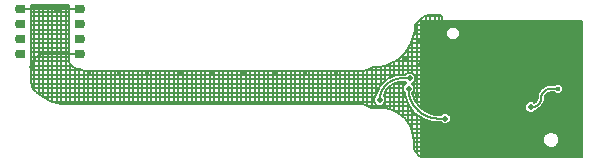
<source format=gbl>
G75*
%MOIN*%
%OFA0B0*%
%FSLAX25Y25*%
%IPPOS*%
%LPD*%
%AMOC8*
5,1,8,0,0,1.08239X$1,22.5*
%
%ADD10R,0.02000X0.02992*%
%ADD11C,0.03012*%
%ADD12C,0.01587*%
%ADD13C,0.00600*%
%ADD14C,0.02000*%
D10*
X0069727Y0077592D03*
X0069727Y0082632D03*
X0069727Y0087632D03*
X0069727Y0092632D03*
X0088604Y0092632D03*
X0088523Y0087632D03*
X0088604Y0082632D03*
X0088604Y0077632D03*
D11*
X0089599Y0077638D03*
X0089599Y0082638D03*
X0089599Y0087638D03*
X0089599Y0092638D03*
X0068732Y0092638D03*
X0068732Y0087638D03*
X0068732Y0082638D03*
X0068732Y0077638D03*
D12*
X0092062Y0071100D03*
X0102062Y0071100D03*
X0111562Y0071100D03*
X0122562Y0071100D03*
X0133062Y0071100D03*
X0143562Y0071100D03*
X0153962Y0071100D03*
X0164062Y0071100D03*
X0174362Y0071100D03*
X0197562Y0076200D03*
X0203062Y0075200D03*
X0210562Y0075700D03*
X0207062Y0079200D03*
X0202562Y0081700D03*
X0218062Y0074500D03*
X0227762Y0074600D03*
X0233662Y0074700D03*
X0236062Y0079200D03*
X0245062Y0079200D03*
X0222062Y0079200D03*
X0222062Y0066200D03*
X0213562Y0066200D03*
X0201362Y0063800D03*
X0213562Y0055700D03*
X0222062Y0055200D03*
X0230062Y0055300D03*
X0237562Y0054200D03*
X0246062Y0062200D03*
X0248562Y0065900D03*
X0238362Y0066200D03*
X0233062Y0065700D03*
D13*
X0082718Y0060815D02*
X0079041Y0061800D01*
X0075744Y0063703D01*
X0073625Y0065822D01*
X0073267Y0066783D01*
X0072964Y0068177D01*
X0072862Y0069600D01*
X0072862Y0093600D01*
X0072846Y0093697D01*
X0085362Y0093697D01*
X0085362Y0076100D01*
X0085429Y0075417D01*
X0085628Y0074761D01*
X0085952Y0074155D01*
X0086387Y0073625D01*
X0086917Y0073190D01*
X0087522Y0072866D01*
X0088179Y0072667D01*
X0088862Y0072600D01*
X0088862Y0060690D01*
X0089042Y0060690D02*
X0084622Y0060690D01*
X0082718Y0060815D01*
X0082862Y0060805D02*
X0082862Y0093697D01*
X0081893Y0092632D02*
X0088604Y0092632D01*
X0088010Y0092638D01*
X0085362Y0093100D02*
X0072862Y0093100D01*
X0073862Y0093697D02*
X0073862Y0065585D01*
X0073522Y0066100D02*
X0188785Y0066100D01*
X0189141Y0066958D02*
X0187862Y0063871D01*
X0187862Y0073172D01*
X0188854Y0073242D02*
X0186862Y0073100D01*
X0186581Y0073100D01*
X0186246Y0072765D01*
X0186246Y0072765D01*
X0186211Y0072750D01*
X0186156Y0072695D01*
X0186016Y0072624D01*
X0185862Y0072600D01*
X0185847Y0072600D01*
X0183635Y0071683D01*
X0092120Y0071683D01*
X0092115Y0071679D01*
X0091935Y0071683D01*
X0090900Y0071683D01*
X0090872Y0071711D01*
X0090653Y0071717D01*
X0090653Y0071717D01*
X0089213Y0072600D01*
X0088862Y0072600D01*
X0090028Y0072100D02*
X0072862Y0072100D01*
X0072862Y0070600D02*
X0197575Y0070600D01*
X0194591Y0070600D01*
X0191504Y0069321D01*
X0191504Y0069321D01*
X0189141Y0066958D01*
X0189141Y0066958D01*
X0189362Y0067179D02*
X0189362Y0073353D01*
X0188854Y0073242D02*
X0190806Y0073667D01*
X0192678Y0074365D01*
X0194431Y0075322D01*
X0196030Y0076520D01*
X0197442Y0077932D01*
X0198639Y0079531D01*
X0199597Y0081284D01*
X0200295Y0083156D01*
X0200719Y0085108D01*
X0200862Y0087100D01*
X0209862Y0087100D01*
X0209862Y0088600D02*
X0202149Y0088600D01*
X0202402Y0088851D02*
X0200886Y0087342D01*
X0200862Y0087100D01*
X0201362Y0087816D02*
X0201362Y0061260D01*
X0201115Y0061600D02*
X0209862Y0061600D01*
X0209862Y0063100D02*
X0200465Y0063100D01*
X0201362Y0063800D02*
X0201362Y0073500D01*
X0203062Y0075200D01*
X0202862Y0075284D02*
X0256362Y0075284D01*
X0256362Y0075882D02*
X0202862Y0075882D01*
X0202862Y0076481D02*
X0256362Y0076481D01*
X0256362Y0077079D02*
X0202862Y0077079D01*
X0202862Y0077678D02*
X0256362Y0077678D01*
X0256362Y0078276D02*
X0202862Y0078276D01*
X0202862Y0078875D02*
X0256362Y0078875D01*
X0256362Y0079473D02*
X0202862Y0079473D01*
X0202862Y0080072D02*
X0256362Y0080072D01*
X0256362Y0080670D02*
X0202862Y0080670D01*
X0202862Y0081269D02*
X0256362Y0081269D01*
X0256362Y0081868D02*
X0202862Y0081868D01*
X0202862Y0082466D02*
X0212143Y0082466D01*
X0212580Y0082029D02*
X0214467Y0082029D01*
X0215801Y0083364D01*
X0215801Y0085251D01*
X0214467Y0086585D01*
X0212580Y0086585D01*
X0211245Y0085251D01*
X0211245Y0083364D01*
X0212580Y0082029D01*
X0211544Y0083065D02*
X0202862Y0083065D01*
X0202862Y0083663D02*
X0211245Y0083663D01*
X0211245Y0084262D02*
X0202862Y0084262D01*
X0202862Y0084860D02*
X0211245Y0084860D01*
X0211453Y0085459D02*
X0202862Y0085459D01*
X0202862Y0086057D02*
X0212052Y0086057D01*
X0209862Y0085600D02*
X0200755Y0085600D01*
X0200500Y0084100D02*
X0209862Y0084100D01*
X0209862Y0082600D02*
X0200087Y0082600D01*
X0199862Y0081995D02*
X0199862Y0071287D01*
X0199849Y0071300D02*
X0198275Y0071300D01*
X0197575Y0070600D01*
X0196862Y0070600D02*
X0196862Y0077351D01*
X0197568Y0078100D02*
X0209862Y0078100D01*
X0209862Y0076600D02*
X0196110Y0076600D01*
X0195362Y0076019D02*
X0195362Y0070600D01*
X0196262Y0069400D02*
X0199062Y0069400D01*
X0200549Y0070600D02*
X0209862Y0070600D01*
X0209862Y0069100D02*
X0200962Y0069100D01*
X0200962Y0068613D02*
X0200962Y0070187D01*
X0199849Y0071300D01*
X0198362Y0071300D02*
X0198362Y0079160D01*
X0198677Y0079600D02*
X0209862Y0079600D01*
X0209862Y0081100D02*
X0199496Y0081100D01*
X0202862Y0086656D02*
X0256362Y0086656D01*
X0256362Y0087254D02*
X0202862Y0087254D01*
X0202862Y0087853D02*
X0256362Y0087853D01*
X0256362Y0088451D02*
X0202862Y0088451D01*
X0202862Y0088600D02*
X0202862Y0059470D01*
X0202862Y0089291D01*
X0202755Y0089203D02*
X0203468Y0089788D01*
X0205164Y0090491D01*
X0206082Y0090581D01*
X0209006Y0090581D01*
X0209121Y0090566D01*
X0209362Y0090466D01*
X0209569Y0090307D01*
X0209728Y0090100D01*
X0204221Y0090100D01*
X0204362Y0090158D02*
X0204362Y0058381D01*
X0204162Y0058526D02*
X0238049Y0058526D01*
X0237562Y0059013D02*
X0238675Y0057900D01*
X0240249Y0057900D01*
X0241096Y0058748D01*
X0242883Y0059779D01*
X0244062Y0061821D01*
X0244062Y0063000D01*
X0244120Y0063440D01*
X0244560Y0064202D01*
X0245322Y0064642D01*
X0245762Y0064700D01*
X0247367Y0064700D01*
X0247860Y0064206D01*
X0249263Y0064206D01*
X0250256Y0065198D01*
X0250256Y0066602D01*
X0249263Y0067594D01*
X0247860Y0067594D01*
X0247367Y0067100D01*
X0244663Y0067100D01*
X0242760Y0066001D01*
X0241662Y0064099D01*
X0241662Y0063000D01*
X0241594Y0062482D01*
X0241076Y0061586D01*
X0240624Y0061325D01*
X0240249Y0061700D01*
X0238675Y0061700D01*
X0237562Y0060587D01*
X0237562Y0059013D01*
X0237562Y0059124D02*
X0203339Y0059124D01*
X0202862Y0059470D02*
X0204667Y0058159D01*
X0202439Y0059777D01*
X0200821Y0062005D01*
X0199971Y0064622D01*
X0200562Y0065213D01*
X0200562Y0066787D01*
X0199849Y0067500D01*
X0200962Y0068613D01*
X0199949Y0067600D02*
X0209862Y0067600D01*
X0209862Y0066100D02*
X0200562Y0066100D01*
X0199862Y0067487D02*
X0199862Y0067513D01*
X0199849Y0067500D02*
X0199849Y0067500D01*
X0197875Y0067900D02*
X0197875Y0067900D01*
X0197575Y0068200D01*
X0196262Y0068200D01*
X0195091Y0068085D01*
X0192928Y0067189D01*
X0191273Y0065533D01*
X0190436Y0063513D01*
X0190962Y0062987D01*
X0190962Y0061413D01*
X0189849Y0060300D01*
X0188275Y0060300D01*
X0187162Y0061413D01*
X0187162Y0062987D01*
X0187862Y0063687D01*
X0187862Y0063871D01*
X0188164Y0064600D02*
X0074847Y0064600D01*
X0075362Y0064085D02*
X0075362Y0093697D01*
X0076862Y0093697D02*
X0076862Y0063058D01*
X0076789Y0063100D02*
X0187275Y0063100D01*
X0187162Y0061600D02*
X0079787Y0061600D01*
X0079862Y0061580D02*
X0079862Y0093697D01*
X0080830Y0092632D02*
X0071162Y0092632D01*
X0069727Y0092632D01*
X0070321Y0092638D01*
X0070333Y0092638D02*
X0069727Y0092632D01*
X0072862Y0091600D02*
X0085362Y0091600D01*
X0081893Y0092632D02*
X0081849Y0092630D01*
X0081805Y0092625D01*
X0081762Y0092616D01*
X0081720Y0092603D01*
X0081679Y0092587D01*
X0081640Y0092568D01*
X0081602Y0092545D01*
X0081566Y0092520D01*
X0081533Y0092491D01*
X0081502Y0092460D01*
X0081473Y0092427D01*
X0081448Y0092391D01*
X0081425Y0092353D01*
X0081406Y0092314D01*
X0081390Y0092273D01*
X0081377Y0092231D01*
X0081368Y0092188D01*
X0081363Y0092144D01*
X0081361Y0092100D01*
X0081362Y0092100D02*
X0081360Y0092144D01*
X0081355Y0092188D01*
X0081346Y0092231D01*
X0081333Y0092273D01*
X0081317Y0092314D01*
X0081298Y0092353D01*
X0081275Y0092391D01*
X0081250Y0092427D01*
X0081221Y0092460D01*
X0081190Y0092491D01*
X0081157Y0092520D01*
X0081121Y0092545D01*
X0081083Y0092568D01*
X0081044Y0092587D01*
X0081003Y0092603D01*
X0080961Y0092616D01*
X0080918Y0092625D01*
X0080874Y0092630D01*
X0080830Y0092632D01*
X0081362Y0093697D02*
X0081362Y0061178D01*
X0084362Y0060707D02*
X0084362Y0093697D01*
X0078362Y0093697D02*
X0078362Y0062192D01*
X0085862Y0060690D02*
X0085862Y0074324D01*
X0085525Y0075100D02*
X0072862Y0075100D01*
X0072862Y0073600D02*
X0086418Y0073600D01*
X0087362Y0072952D02*
X0087362Y0060690D01*
X0089042Y0060690D02*
X0089050Y0060698D01*
X0182251Y0060698D01*
X0183622Y0060698D01*
X0183623Y0060698D01*
X0186221Y0059649D01*
X0186221Y0059649D01*
X0186272Y0059600D01*
X0189362Y0059600D01*
X0189362Y0060300D01*
X0189362Y0059600D02*
X0190927Y0059488D01*
X0192461Y0059154D01*
X0193931Y0058606D01*
X0195309Y0057854D01*
X0196565Y0056913D01*
X0197675Y0055803D01*
X0198616Y0054547D01*
X0199368Y0053170D01*
X0199916Y0051699D01*
X0200250Y0050165D01*
X0200362Y0048600D01*
X0200362Y0047100D01*
X0200423Y0046405D01*
X0200603Y0045732D01*
X0200898Y0045100D01*
X0209862Y0045100D01*
X0209862Y0044100D02*
X0209828Y0043841D01*
X0209728Y0043600D01*
X0202439Y0043600D01*
X0202362Y0043636D02*
X0202317Y0043667D01*
X0200946Y0045031D01*
X0200898Y0045100D01*
X0201362Y0044617D02*
X0201362Y0057460D01*
X0201857Y0057100D02*
X0196316Y0057100D01*
X0196862Y0056617D02*
X0196862Y0065113D01*
X0196762Y0065213D02*
X0197462Y0064513D01*
X0197462Y0064226D01*
X0198558Y0060852D01*
X0200644Y0057982D01*
X0203514Y0055896D01*
X0206888Y0054800D01*
X0209375Y0054800D01*
X0209862Y0054313D01*
X0209862Y0044100D01*
X0209728Y0043600D02*
X0209569Y0043393D01*
X0209362Y0043234D01*
X0209121Y0043134D01*
X0208862Y0043100D01*
X0208862Y0054800D01*
X0209375Y0054800D02*
X0210075Y0054100D01*
X0211649Y0054100D01*
X0212762Y0055213D01*
X0212762Y0056787D01*
X0211649Y0057900D01*
X0210075Y0057900D01*
X0209375Y0057200D01*
X0208662Y0057200D01*
X0207285Y0057308D01*
X0204667Y0058159D01*
X0207285Y0057308D01*
X0208662Y0057200D01*
X0209375Y0057200D01*
X0209862Y0057687D01*
X0209862Y0089600D01*
X0209828Y0089859D01*
X0209728Y0090100D01*
X0208862Y0090581D02*
X0208862Y0057200D01*
X0209503Y0057329D02*
X0207223Y0057329D01*
X0207362Y0057302D02*
X0207362Y0090581D01*
X0205862Y0090559D02*
X0205862Y0057771D01*
X0205381Y0057927D02*
X0238648Y0057927D01*
X0240276Y0057927D02*
X0256362Y0057927D01*
X0256362Y0057329D02*
X0212220Y0057329D01*
X0212762Y0056730D02*
X0256362Y0056730D01*
X0256362Y0056132D02*
X0212762Y0056132D01*
X0212762Y0055533D02*
X0256362Y0055533D01*
X0256362Y0054934D02*
X0212483Y0054934D01*
X0211885Y0054336D02*
X0256362Y0054336D01*
X0256362Y0053737D02*
X0202862Y0053737D01*
X0202862Y0053139D02*
X0256362Y0053139D01*
X0256362Y0052540D02*
X0202862Y0052540D01*
X0202862Y0051942D02*
X0256362Y0051942D01*
X0256362Y0051343D02*
X0247220Y0051343D01*
X0246732Y0051546D02*
X0245669Y0051546D01*
X0244687Y0051139D01*
X0243936Y0050387D01*
X0243529Y0049405D01*
X0243529Y0048343D01*
X0243936Y0047361D01*
X0244687Y0046609D01*
X0245669Y0046202D01*
X0246732Y0046202D01*
X0247714Y0046609D01*
X0248465Y0047361D01*
X0248872Y0048343D01*
X0248872Y0049405D01*
X0248465Y0050387D01*
X0247714Y0051139D01*
X0246732Y0051546D01*
X0245181Y0051343D02*
X0202862Y0051343D01*
X0202862Y0050745D02*
X0244293Y0050745D01*
X0243836Y0050146D02*
X0202862Y0050146D01*
X0202862Y0049548D02*
X0243588Y0049548D01*
X0243529Y0048949D02*
X0202862Y0048949D01*
X0202862Y0048351D02*
X0243529Y0048351D01*
X0243773Y0047752D02*
X0202862Y0047752D01*
X0202862Y0047154D02*
X0244142Y0047154D01*
X0244817Y0046555D02*
X0202862Y0046555D01*
X0202862Y0045957D02*
X0256362Y0045957D01*
X0256362Y0046555D02*
X0247584Y0046555D01*
X0248259Y0047154D02*
X0256362Y0047154D01*
X0256362Y0047752D02*
X0248628Y0047752D01*
X0248872Y0048351D02*
X0256362Y0048351D01*
X0256362Y0048949D02*
X0248872Y0048949D01*
X0248813Y0049548D02*
X0256362Y0049548D01*
X0256362Y0050146D02*
X0248565Y0050146D01*
X0248108Y0050745D02*
X0256362Y0050745D01*
X0256362Y0045358D02*
X0202862Y0045358D01*
X0202862Y0044760D02*
X0256362Y0044760D01*
X0256362Y0044161D02*
X0202862Y0044161D01*
X0202862Y0043563D02*
X0256362Y0043563D01*
X0256362Y0043100D02*
X0202899Y0043100D01*
X0202862Y0043130D01*
X0202862Y0056370D01*
X0202862Y0043403D01*
X0202994Y0043341D02*
X0202362Y0043636D01*
X0202994Y0043341D02*
X0203667Y0043161D01*
X0204362Y0043100D01*
X0204362Y0055621D01*
X0204426Y0055600D02*
X0197827Y0055600D01*
X0198362Y0054886D02*
X0198362Y0061456D01*
X0198315Y0061600D02*
X0190962Y0061600D01*
X0190862Y0061313D02*
X0190862Y0059493D01*
X0192362Y0059176D02*
X0192362Y0066622D01*
X0191840Y0066100D02*
X0196762Y0066100D01*
X0196762Y0066787D02*
X0196762Y0065213D01*
X0197375Y0064600D02*
X0190886Y0064600D01*
X0190862Y0064541D02*
X0190862Y0063087D01*
X0190849Y0063100D02*
X0197828Y0063100D01*
X0196262Y0069400D02*
X0196088Y0069398D01*
X0195914Y0069392D01*
X0195740Y0069381D01*
X0195567Y0069366D01*
X0195394Y0069348D01*
X0195222Y0069324D01*
X0195050Y0069297D01*
X0194879Y0069266D01*
X0194708Y0069230D01*
X0194539Y0069191D01*
X0194371Y0069147D01*
X0194203Y0069099D01*
X0194037Y0069048D01*
X0193872Y0068992D01*
X0193709Y0068932D01*
X0193547Y0068868D01*
X0193387Y0068801D01*
X0193228Y0068729D01*
X0193071Y0068654D01*
X0192916Y0068575D01*
X0192763Y0068493D01*
X0192612Y0068406D01*
X0192463Y0068316D01*
X0192316Y0068223D01*
X0192172Y0068125D01*
X0192030Y0068025D01*
X0191890Y0067921D01*
X0191753Y0067814D01*
X0191619Y0067703D01*
X0191488Y0067589D01*
X0191359Y0067472D01*
X0191233Y0067352D01*
X0191110Y0067229D01*
X0190990Y0067103D01*
X0190873Y0066974D01*
X0190759Y0066843D01*
X0190648Y0066709D01*
X0190541Y0066572D01*
X0190437Y0066432D01*
X0190337Y0066290D01*
X0190239Y0066146D01*
X0190146Y0065999D01*
X0190056Y0065850D01*
X0189969Y0065699D01*
X0189887Y0065546D01*
X0189808Y0065391D01*
X0189733Y0065234D01*
X0189661Y0065075D01*
X0189594Y0064915D01*
X0189530Y0064753D01*
X0189470Y0064590D01*
X0189414Y0064425D01*
X0189363Y0064259D01*
X0189315Y0064091D01*
X0189271Y0063923D01*
X0189232Y0063754D01*
X0189196Y0063583D01*
X0189165Y0063412D01*
X0189138Y0063240D01*
X0189114Y0063068D01*
X0189096Y0062895D01*
X0189081Y0062722D01*
X0189070Y0062548D01*
X0189064Y0062374D01*
X0189062Y0062200D01*
X0187862Y0060713D02*
X0187862Y0059600D01*
X0186362Y0059600D02*
X0186362Y0072881D01*
X0184862Y0072192D02*
X0184862Y0060197D01*
X0185103Y0060100D02*
X0199104Y0060100D01*
X0198558Y0060852D02*
X0198558Y0060852D01*
X0202205Y0060100D02*
X0209862Y0060100D01*
X0209862Y0058600D02*
X0204060Y0058600D01*
X0202862Y0059723D02*
X0237562Y0059723D01*
X0237562Y0060321D02*
X0202862Y0060321D01*
X0202862Y0060920D02*
X0237894Y0060920D01*
X0238493Y0061518D02*
X0202862Y0061518D01*
X0202862Y0062117D02*
X0241383Y0062117D01*
X0241624Y0062715D02*
X0202862Y0062715D01*
X0202862Y0063314D02*
X0241662Y0063314D01*
X0241662Y0063912D02*
X0202862Y0063912D01*
X0202862Y0064511D02*
X0241900Y0064511D01*
X0242245Y0065109D02*
X0202862Y0065109D01*
X0202862Y0065708D02*
X0242591Y0065708D01*
X0242760Y0066001D02*
X0242760Y0066001D01*
X0242760Y0066001D01*
X0243288Y0066306D02*
X0202862Y0066306D01*
X0202862Y0066905D02*
X0244325Y0066905D01*
X0245762Y0065900D02*
X0248562Y0065900D01*
X0250256Y0065708D02*
X0256362Y0065708D01*
X0256362Y0066306D02*
X0250256Y0066306D01*
X0249952Y0066905D02*
X0256362Y0066905D01*
X0256362Y0067503D02*
X0249354Y0067503D01*
X0247770Y0067503D02*
X0202862Y0067503D01*
X0202862Y0068102D02*
X0256362Y0068102D01*
X0256362Y0068700D02*
X0202862Y0068700D01*
X0202862Y0069299D02*
X0256362Y0069299D01*
X0256362Y0069897D02*
X0202862Y0069897D01*
X0202862Y0070496D02*
X0256362Y0070496D01*
X0256362Y0071094D02*
X0202862Y0071094D01*
X0202862Y0071693D02*
X0256362Y0071693D01*
X0256362Y0072291D02*
X0202862Y0072291D01*
X0202862Y0072890D02*
X0256362Y0072890D01*
X0256362Y0073488D02*
X0202862Y0073488D01*
X0202862Y0074087D02*
X0256362Y0074087D01*
X0256362Y0074685D02*
X0202862Y0074685D01*
X0209862Y0075100D02*
X0194023Y0075100D01*
X0193862Y0075012D02*
X0193862Y0070298D01*
X0192362Y0069677D02*
X0192362Y0074247D01*
X0190862Y0073688D02*
X0190862Y0068679D01*
X0191282Y0069100D02*
X0072898Y0069100D01*
X0073089Y0067600D02*
X0189782Y0067600D01*
X0193862Y0067575D02*
X0193862Y0058632D01*
X0193942Y0058600D02*
X0200194Y0058600D01*
X0199862Y0059058D02*
X0199862Y0051845D01*
X0200047Y0051100D02*
X0209862Y0051100D01*
X0209862Y0052600D02*
X0199580Y0052600D01*
X0198860Y0054100D02*
X0209862Y0054100D01*
X0209839Y0054336D02*
X0202862Y0054336D01*
X0202862Y0054934D02*
X0206474Y0054934D01*
X0206888Y0054800D02*
X0209375Y0054800D01*
X0208662Y0056000D02*
X0210862Y0056000D01*
X0207362Y0054800D02*
X0207362Y0043100D01*
X0208862Y0043100D02*
X0204362Y0043100D01*
X0205862Y0043100D02*
X0205862Y0055133D01*
X0206888Y0054800D02*
X0203514Y0055896D01*
X0203514Y0055896D01*
X0203514Y0055896D01*
X0202862Y0056370D01*
X0202862Y0056132D02*
X0203190Y0056132D01*
X0202862Y0055533D02*
X0204632Y0055533D01*
X0200644Y0057982D02*
X0200644Y0057982D01*
X0200644Y0057982D01*
X0195362Y0057814D02*
X0195362Y0068111D01*
X0196862Y0068200D02*
X0196862Y0066887D01*
X0196762Y0066787D02*
X0197875Y0067900D01*
X0197575Y0067600D02*
X0193921Y0067600D01*
X0199978Y0064600D02*
X0209862Y0064600D01*
X0208662Y0056000D02*
X0208420Y0056003D01*
X0208179Y0056012D01*
X0207938Y0056026D01*
X0207697Y0056047D01*
X0207457Y0056073D01*
X0207217Y0056105D01*
X0206978Y0056143D01*
X0206741Y0056186D01*
X0206504Y0056236D01*
X0206269Y0056291D01*
X0206035Y0056351D01*
X0205803Y0056418D01*
X0205572Y0056489D01*
X0205343Y0056567D01*
X0205116Y0056650D01*
X0204891Y0056738D01*
X0204668Y0056832D01*
X0204448Y0056931D01*
X0204230Y0057036D01*
X0204015Y0057145D01*
X0203802Y0057260D01*
X0203592Y0057380D01*
X0203386Y0057505D01*
X0203182Y0057635D01*
X0202981Y0057770D01*
X0202784Y0057910D01*
X0202590Y0058054D01*
X0202400Y0058203D01*
X0202214Y0058357D01*
X0202031Y0058515D01*
X0201852Y0058677D01*
X0201677Y0058844D01*
X0201506Y0059015D01*
X0201339Y0059190D01*
X0201177Y0059369D01*
X0201019Y0059552D01*
X0200865Y0059738D01*
X0200716Y0059928D01*
X0200572Y0060122D01*
X0200432Y0060319D01*
X0200297Y0060520D01*
X0200167Y0060724D01*
X0200042Y0060930D01*
X0199922Y0061140D01*
X0199807Y0061353D01*
X0199698Y0061568D01*
X0199593Y0061786D01*
X0199494Y0062006D01*
X0199400Y0062229D01*
X0199312Y0062454D01*
X0199229Y0062681D01*
X0199151Y0062910D01*
X0199080Y0063141D01*
X0199013Y0063373D01*
X0198953Y0063607D01*
X0198898Y0063842D01*
X0198848Y0064079D01*
X0198805Y0064316D01*
X0198767Y0064555D01*
X0198735Y0064795D01*
X0198709Y0065035D01*
X0198688Y0065276D01*
X0198674Y0065517D01*
X0198665Y0065758D01*
X0198662Y0066000D01*
X0209862Y0072100D02*
X0184640Y0072100D01*
X0183362Y0071683D02*
X0183362Y0060698D01*
X0181862Y0060698D02*
X0181862Y0071683D01*
X0180362Y0071683D02*
X0180362Y0060698D01*
X0178862Y0060698D02*
X0178862Y0071683D01*
X0177362Y0071683D02*
X0177362Y0060698D01*
X0175862Y0060698D02*
X0175862Y0071683D01*
X0174362Y0071683D02*
X0174362Y0060698D01*
X0172862Y0060698D02*
X0172862Y0071683D01*
X0171362Y0071683D02*
X0171362Y0060698D01*
X0169862Y0060698D02*
X0169862Y0071683D01*
X0168362Y0071683D02*
X0168362Y0060698D01*
X0166862Y0060698D02*
X0166862Y0071683D01*
X0165362Y0071683D02*
X0165362Y0060698D01*
X0163862Y0060698D02*
X0163862Y0071683D01*
X0162362Y0071683D02*
X0162362Y0060698D01*
X0160862Y0060698D02*
X0160862Y0071683D01*
X0159362Y0071683D02*
X0159362Y0060698D01*
X0157862Y0060698D02*
X0157862Y0071683D01*
X0156362Y0071683D02*
X0156362Y0060698D01*
X0154862Y0060698D02*
X0154862Y0071683D01*
X0153362Y0071683D02*
X0153362Y0060698D01*
X0151862Y0060698D02*
X0151862Y0071683D01*
X0150362Y0071683D02*
X0150362Y0060698D01*
X0148862Y0060698D02*
X0148862Y0071683D01*
X0147362Y0071683D02*
X0147362Y0060698D01*
X0145862Y0060698D02*
X0145862Y0071683D01*
X0144362Y0071683D02*
X0144362Y0060698D01*
X0142862Y0060698D02*
X0142862Y0071683D01*
X0141362Y0071683D02*
X0141362Y0060698D01*
X0139862Y0060698D02*
X0139862Y0071683D01*
X0138362Y0071683D02*
X0138362Y0060698D01*
X0136862Y0060698D02*
X0136862Y0071683D01*
X0135362Y0071683D02*
X0135362Y0060698D01*
X0133862Y0060698D02*
X0133862Y0071683D01*
X0132362Y0071683D02*
X0132362Y0060698D01*
X0130862Y0060698D02*
X0130862Y0071683D01*
X0129362Y0071683D02*
X0129362Y0060698D01*
X0127862Y0060698D02*
X0127862Y0071683D01*
X0126362Y0071683D02*
X0126362Y0060698D01*
X0124862Y0060698D02*
X0124862Y0071683D01*
X0123362Y0071683D02*
X0123362Y0060698D01*
X0121862Y0060698D02*
X0121862Y0071683D01*
X0120362Y0071683D02*
X0120362Y0060698D01*
X0118862Y0060698D02*
X0118862Y0071683D01*
X0117362Y0071683D02*
X0117362Y0060698D01*
X0115862Y0060698D02*
X0115862Y0071683D01*
X0114362Y0071683D02*
X0114362Y0060698D01*
X0112862Y0060698D02*
X0112862Y0071683D01*
X0111362Y0071683D02*
X0111362Y0060698D01*
X0109862Y0060698D02*
X0109862Y0071683D01*
X0108362Y0071683D02*
X0108362Y0060698D01*
X0106862Y0060698D02*
X0106862Y0071683D01*
X0105362Y0071683D02*
X0105362Y0060698D01*
X0103862Y0060698D02*
X0103862Y0071683D01*
X0102362Y0071683D02*
X0102362Y0060698D01*
X0100862Y0060698D02*
X0100862Y0071683D01*
X0099362Y0071683D02*
X0099362Y0060698D01*
X0097862Y0060698D02*
X0097862Y0071683D01*
X0096362Y0071683D02*
X0096362Y0060698D01*
X0094862Y0060698D02*
X0094862Y0071683D01*
X0093362Y0071683D02*
X0093362Y0060698D01*
X0091862Y0060698D02*
X0091862Y0071683D01*
X0090362Y0071896D02*
X0090362Y0060698D01*
X0077500Y0077638D02*
X0077368Y0077636D01*
X0077237Y0077630D01*
X0077106Y0077620D01*
X0076975Y0077607D01*
X0076845Y0077589D01*
X0076715Y0077568D01*
X0076586Y0077543D01*
X0076458Y0077514D01*
X0076330Y0077481D01*
X0076204Y0077445D01*
X0076079Y0077404D01*
X0075955Y0077360D01*
X0075832Y0077313D01*
X0075711Y0077261D01*
X0075591Y0077207D01*
X0075473Y0077148D01*
X0075357Y0077087D01*
X0075243Y0077021D01*
X0075131Y0076953D01*
X0075021Y0076881D01*
X0074913Y0076806D01*
X0074807Y0076728D01*
X0074704Y0076646D01*
X0074603Y0076562D01*
X0074504Y0076475D01*
X0074409Y0076384D01*
X0074316Y0076291D01*
X0074225Y0076196D01*
X0074138Y0076097D01*
X0074054Y0075996D01*
X0073972Y0075893D01*
X0073894Y0075787D01*
X0073819Y0075679D01*
X0073747Y0075569D01*
X0073679Y0075457D01*
X0073613Y0075343D01*
X0073552Y0075227D01*
X0073493Y0075109D01*
X0073439Y0074989D01*
X0073387Y0074868D01*
X0073340Y0074745D01*
X0073296Y0074621D01*
X0073255Y0074496D01*
X0073219Y0074370D01*
X0073186Y0074242D01*
X0073157Y0074114D01*
X0073132Y0073985D01*
X0073111Y0073855D01*
X0073093Y0073725D01*
X0073080Y0073594D01*
X0073070Y0073463D01*
X0073064Y0073332D01*
X0073062Y0073200D01*
X0072862Y0076600D02*
X0085362Y0076600D01*
X0085362Y0078100D02*
X0072862Y0078100D01*
X0070281Y0077638D02*
X0069773Y0077638D01*
X0069727Y0077592D01*
X0070281Y0077638D01*
X0070254Y0077610D01*
X0070225Y0077584D01*
X0070194Y0077562D01*
X0070161Y0077542D01*
X0070126Y0077527D01*
X0070089Y0077514D01*
X0070052Y0077505D01*
X0070013Y0077500D01*
X0069975Y0077499D01*
X0069936Y0077502D01*
X0069898Y0077508D01*
X0069861Y0077518D01*
X0069825Y0077531D01*
X0069790Y0077548D01*
X0069757Y0077569D01*
X0069727Y0077592D01*
X0072862Y0079600D02*
X0085362Y0079600D01*
X0085362Y0081100D02*
X0072862Y0081100D01*
X0072862Y0082600D02*
X0085362Y0082600D01*
X0088010Y0082638D02*
X0088017Y0082632D01*
X0088604Y0082632D01*
X0089592Y0082632D01*
X0089592Y0082631D02*
X0089556Y0082665D01*
X0089517Y0082697D01*
X0089476Y0082725D01*
X0089433Y0082750D01*
X0089388Y0082773D01*
X0089342Y0082792D01*
X0089295Y0082808D01*
X0089247Y0082820D01*
X0089197Y0082829D01*
X0089148Y0082834D01*
X0089098Y0082836D01*
X0089048Y0082834D01*
X0088999Y0082829D01*
X0088949Y0082820D01*
X0088901Y0082808D01*
X0088854Y0082792D01*
X0088808Y0082773D01*
X0088763Y0082750D01*
X0088720Y0082725D01*
X0088679Y0082697D01*
X0088640Y0082665D01*
X0088604Y0082631D01*
X0088604Y0082632D02*
X0088010Y0082638D01*
X0088038Y0082612D01*
X0088069Y0082588D01*
X0088102Y0082567D01*
X0088136Y0082550D01*
X0088172Y0082535D01*
X0088210Y0082524D01*
X0088248Y0082517D01*
X0088286Y0082513D01*
X0088325Y0082512D01*
X0088364Y0082515D01*
X0088402Y0082522D01*
X0088439Y0082532D01*
X0088476Y0082546D01*
X0088510Y0082563D01*
X0088544Y0082583D01*
X0088575Y0082606D01*
X0088604Y0082632D01*
X0088604Y0082631D02*
X0088640Y0082665D01*
X0088679Y0082697D01*
X0088720Y0082725D01*
X0088763Y0082750D01*
X0088808Y0082773D01*
X0088854Y0082792D01*
X0088901Y0082808D01*
X0088949Y0082820D01*
X0088999Y0082829D01*
X0089048Y0082834D01*
X0089098Y0082836D01*
X0089148Y0082834D01*
X0089197Y0082829D01*
X0089247Y0082820D01*
X0089295Y0082808D01*
X0089342Y0082792D01*
X0089388Y0082773D01*
X0089433Y0082750D01*
X0089476Y0082725D01*
X0089517Y0082697D01*
X0089556Y0082665D01*
X0089592Y0082631D01*
X0085362Y0084100D02*
X0072862Y0084100D01*
X0072862Y0085600D02*
X0085362Y0085600D01*
X0085362Y0087100D02*
X0072862Y0087100D01*
X0072862Y0088600D02*
X0085362Y0088600D01*
X0085362Y0090100D02*
X0072862Y0090100D01*
X0070321Y0087638D02*
X0069733Y0087638D01*
X0069727Y0087632D01*
X0070314Y0087632D01*
X0070321Y0087638D01*
X0069727Y0087632D01*
X0069727Y0082632D02*
X0069756Y0082606D01*
X0069787Y0082583D01*
X0069821Y0082563D01*
X0069855Y0082546D01*
X0069892Y0082532D01*
X0069929Y0082522D01*
X0069967Y0082515D01*
X0070006Y0082512D01*
X0070045Y0082513D01*
X0070083Y0082517D01*
X0070121Y0082524D01*
X0070159Y0082535D01*
X0070195Y0082550D01*
X0070229Y0082567D01*
X0070262Y0082588D01*
X0070293Y0082612D01*
X0070321Y0082638D01*
X0069733Y0082638D01*
X0069727Y0082632D01*
X0070321Y0082638D01*
X0077500Y0077638D02*
X0088010Y0077638D01*
X0088604Y0077632D01*
X0089592Y0077632D01*
X0089592Y0077631D02*
X0089556Y0077665D01*
X0089517Y0077697D01*
X0089476Y0077725D01*
X0089433Y0077750D01*
X0089388Y0077773D01*
X0089342Y0077792D01*
X0089295Y0077808D01*
X0089247Y0077820D01*
X0089197Y0077829D01*
X0089148Y0077834D01*
X0089098Y0077836D01*
X0089048Y0077834D01*
X0088999Y0077829D01*
X0088949Y0077820D01*
X0088901Y0077808D01*
X0088854Y0077792D01*
X0088808Y0077773D01*
X0088763Y0077750D01*
X0088720Y0077725D01*
X0088679Y0077697D01*
X0088640Y0077665D01*
X0088604Y0077631D01*
X0088604Y0077632D02*
X0088575Y0077606D01*
X0088544Y0077583D01*
X0088510Y0077563D01*
X0088476Y0077546D01*
X0088439Y0077532D01*
X0088402Y0077522D01*
X0088364Y0077515D01*
X0088325Y0077512D01*
X0088286Y0077513D01*
X0088248Y0077517D01*
X0088210Y0077524D01*
X0088172Y0077535D01*
X0088136Y0077550D01*
X0088102Y0077567D01*
X0088069Y0077588D01*
X0088038Y0077612D01*
X0088010Y0077638D01*
X0088038Y0077612D01*
X0088069Y0077588D01*
X0088102Y0077567D01*
X0088136Y0077550D01*
X0088172Y0077535D01*
X0088210Y0077524D01*
X0088248Y0077517D01*
X0088286Y0077513D01*
X0088325Y0077512D01*
X0088364Y0077515D01*
X0088402Y0077522D01*
X0088439Y0077532D01*
X0088476Y0077546D01*
X0088510Y0077563D01*
X0088544Y0077583D01*
X0088575Y0077606D01*
X0088604Y0077632D01*
X0088523Y0087632D02*
X0087930Y0087638D01*
X0190498Y0073600D02*
X0209862Y0073600D01*
X0214904Y0082466D02*
X0256362Y0082466D01*
X0256362Y0083065D02*
X0215502Y0083065D01*
X0215801Y0083663D02*
X0256362Y0083663D01*
X0256362Y0084262D02*
X0215801Y0084262D01*
X0215801Y0084860D02*
X0256362Y0084860D01*
X0256362Y0085459D02*
X0215593Y0085459D01*
X0214995Y0086057D02*
X0256362Y0086057D01*
X0256362Y0088600D02*
X0256362Y0043100D01*
X0256362Y0058526D02*
X0240874Y0058526D01*
X0241749Y0059124D02*
X0256362Y0059124D01*
X0256362Y0059723D02*
X0242785Y0059723D01*
X0242883Y0059779D02*
X0242883Y0059779D01*
X0242883Y0059779D01*
X0243196Y0060321D02*
X0256362Y0060321D01*
X0256362Y0060920D02*
X0243541Y0060920D01*
X0243887Y0061518D02*
X0256362Y0061518D01*
X0256362Y0062117D02*
X0244062Y0062117D01*
X0244062Y0062715D02*
X0256362Y0062715D01*
X0256362Y0063314D02*
X0244103Y0063314D01*
X0244392Y0063912D02*
X0256362Y0063912D01*
X0256362Y0064511D02*
X0249568Y0064511D01*
X0250166Y0065109D02*
X0256362Y0065109D01*
X0247556Y0064511D02*
X0245094Y0064511D01*
X0245762Y0065900D02*
X0245656Y0065898D01*
X0245550Y0065892D01*
X0245445Y0065883D01*
X0245340Y0065869D01*
X0245235Y0065852D01*
X0245131Y0065831D01*
X0245028Y0065806D01*
X0244927Y0065777D01*
X0244826Y0065745D01*
X0244726Y0065709D01*
X0244628Y0065669D01*
X0244531Y0065626D01*
X0244436Y0065579D01*
X0244343Y0065529D01*
X0244251Y0065475D01*
X0244162Y0065419D01*
X0244075Y0065359D01*
X0243990Y0065295D01*
X0243907Y0065229D01*
X0243827Y0065160D01*
X0243749Y0065088D01*
X0243674Y0065013D01*
X0243602Y0064935D01*
X0243533Y0064855D01*
X0243467Y0064772D01*
X0243403Y0064687D01*
X0243343Y0064600D01*
X0243287Y0064511D01*
X0243233Y0064419D01*
X0243183Y0064326D01*
X0243136Y0064231D01*
X0243093Y0064134D01*
X0243053Y0064036D01*
X0243017Y0063936D01*
X0242985Y0063835D01*
X0242956Y0063734D01*
X0242931Y0063631D01*
X0242910Y0063527D01*
X0242893Y0063422D01*
X0242879Y0063317D01*
X0242870Y0063212D01*
X0242864Y0063106D01*
X0242862Y0063000D01*
X0242860Y0062888D01*
X0242854Y0062777D01*
X0242844Y0062666D01*
X0242831Y0062555D01*
X0242813Y0062444D01*
X0242792Y0062335D01*
X0242767Y0062226D01*
X0242738Y0062118D01*
X0242705Y0062011D01*
X0242669Y0061906D01*
X0242629Y0061801D01*
X0242585Y0061698D01*
X0242538Y0061597D01*
X0242487Y0061498D01*
X0242433Y0061400D01*
X0242376Y0061304D01*
X0242315Y0061211D01*
X0242251Y0061119D01*
X0242184Y0061030D01*
X0242113Y0060943D01*
X0242040Y0060859D01*
X0241964Y0060777D01*
X0241885Y0060698D01*
X0241803Y0060622D01*
X0241719Y0060549D01*
X0241632Y0060478D01*
X0241543Y0060411D01*
X0241451Y0060347D01*
X0241358Y0060286D01*
X0241262Y0060229D01*
X0241164Y0060175D01*
X0241065Y0060124D01*
X0240964Y0060077D01*
X0240861Y0060033D01*
X0240756Y0059993D01*
X0240651Y0059957D01*
X0240544Y0059924D01*
X0240436Y0059895D01*
X0240327Y0059870D01*
X0240218Y0059849D01*
X0240107Y0059831D01*
X0239996Y0059818D01*
X0239885Y0059808D01*
X0239774Y0059802D01*
X0239662Y0059800D01*
X0239462Y0059800D01*
X0240431Y0061518D02*
X0240959Y0061518D01*
X0209862Y0049600D02*
X0200290Y0049600D01*
X0200362Y0048100D02*
X0209862Y0048100D01*
X0209862Y0046600D02*
X0200406Y0046600D01*
X0202862Y0088600D02*
X0256362Y0088600D01*
X0202755Y0089203D02*
X0202753Y0089201D01*
X0202403Y0088851D01*
X0202402Y0088851D01*
D14*
X0199062Y0069400D03*
X0198662Y0066000D03*
X0189062Y0062200D03*
X0210862Y0056000D03*
X0239462Y0059800D03*
X0081362Y0092100D03*
X0073062Y0073200D03*
M02*

</source>
